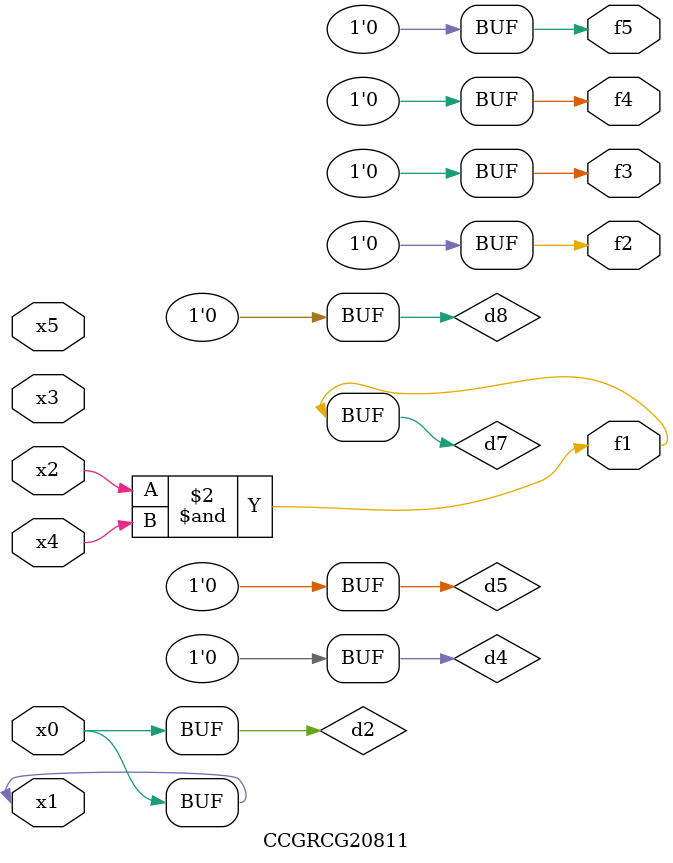
<source format=v>
module CCGRCG20811(
	input x0, x1, x2, x3, x4, x5,
	output f1, f2, f3, f4, f5
);

	wire d1, d2, d3, d4, d5, d6, d7, d8, d9;

	nand (d1, x1);
	buf (d2, x0, x1);
	nand (d3, x2, x4);
	and (d4, d1, d2);
	and (d5, d1, d2);
	nand (d6, d1, d3);
	not (d7, d3);
	xor (d8, d5);
	nor (d9, d5, d6);
	assign f1 = d7;
	assign f2 = d8;
	assign f3 = d8;
	assign f4 = d8;
	assign f5 = d8;
endmodule

</source>
